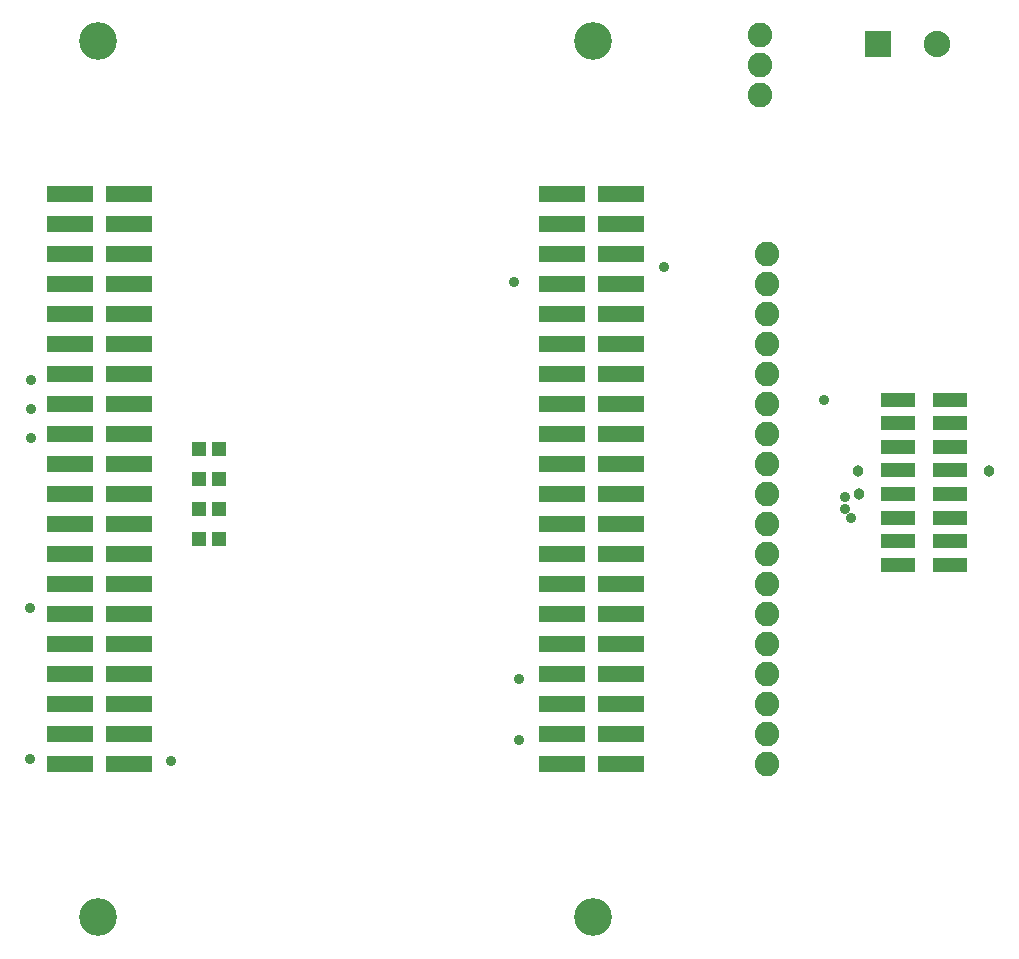
<source format=gts>
G75*
%MOIN*%
%OFA0B0*%
%FSLAX25Y25*%
%IPPOS*%
%LPD*%
%AMOC8*
5,1,8,0,0,1.08239X$1,22.5*
%
%ADD10C,0.12600*%
%ADD11R,0.15300X0.05800*%
%ADD12R,0.11233X0.04737*%
%ADD13C,0.08200*%
%ADD14R,0.08800X0.08800*%
%ADD15C,0.08800*%
%ADD16R,0.04737X0.05131*%
%ADD17C,0.03800*%
%ADD18C,0.03578*%
D10*
X0076595Y0063933D03*
X0241595Y0063933D03*
X0241595Y0355933D03*
X0076595Y0355933D03*
D11*
X0067345Y0304933D03*
X0086845Y0304933D03*
X0086845Y0294933D03*
X0086845Y0284933D03*
X0067345Y0284933D03*
X0067345Y0294933D03*
X0067345Y0274933D03*
X0067345Y0264933D03*
X0086845Y0264933D03*
X0086845Y0274933D03*
X0086845Y0254933D03*
X0067345Y0254933D03*
X0067345Y0244933D03*
X0067345Y0234933D03*
X0086845Y0234933D03*
X0086845Y0244933D03*
X0086845Y0224933D03*
X0086845Y0214933D03*
X0067345Y0214933D03*
X0067345Y0224933D03*
X0067345Y0204933D03*
X0067345Y0194933D03*
X0086845Y0194933D03*
X0086845Y0204933D03*
X0086845Y0184933D03*
X0086845Y0174933D03*
X0067345Y0174933D03*
X0067345Y0184933D03*
X0067345Y0164933D03*
X0067345Y0154933D03*
X0086845Y0154933D03*
X0086845Y0164933D03*
X0086845Y0144933D03*
X0086845Y0134933D03*
X0067345Y0134933D03*
X0067345Y0144933D03*
X0067345Y0124933D03*
X0067345Y0114933D03*
X0086845Y0114933D03*
X0086845Y0124933D03*
X0231345Y0124933D03*
X0231345Y0114933D03*
X0250845Y0114933D03*
X0250845Y0124933D03*
X0250845Y0134933D03*
X0250845Y0144933D03*
X0231345Y0144933D03*
X0231345Y0134933D03*
X0231345Y0154933D03*
X0231345Y0164933D03*
X0250845Y0164933D03*
X0250845Y0154933D03*
X0250845Y0174933D03*
X0250845Y0184933D03*
X0231345Y0184933D03*
X0231345Y0174933D03*
X0231345Y0194933D03*
X0231345Y0204933D03*
X0250845Y0204933D03*
X0250845Y0194933D03*
X0250845Y0214933D03*
X0250845Y0224933D03*
X0231345Y0224933D03*
X0231345Y0214933D03*
X0231345Y0234933D03*
X0231345Y0244933D03*
X0250845Y0244933D03*
X0250845Y0234933D03*
X0250845Y0254933D03*
X0231345Y0254933D03*
X0231345Y0264933D03*
X0231345Y0274933D03*
X0250845Y0274933D03*
X0250845Y0264933D03*
X0250845Y0284933D03*
X0250845Y0294933D03*
X0231345Y0294933D03*
X0231345Y0284933D03*
X0231345Y0304933D03*
X0250845Y0304933D03*
D12*
X0343335Y0236492D03*
X0343335Y0228618D03*
X0343335Y0220744D03*
X0343335Y0212870D03*
X0343335Y0204996D03*
X0343335Y0197122D03*
X0343335Y0189248D03*
X0343335Y0181374D03*
X0360461Y0181374D03*
X0360461Y0189248D03*
X0360461Y0197122D03*
X0360461Y0204996D03*
X0360461Y0212870D03*
X0360461Y0220744D03*
X0360461Y0228618D03*
X0360461Y0236492D03*
D13*
X0299595Y0234933D03*
X0299595Y0244933D03*
X0299595Y0254933D03*
X0299595Y0264933D03*
X0299595Y0274933D03*
X0299595Y0284933D03*
X0297095Y0337933D03*
X0297095Y0347933D03*
X0297095Y0357933D03*
X0299595Y0224933D03*
X0299595Y0214933D03*
X0299595Y0204933D03*
X0299595Y0194933D03*
X0299595Y0184933D03*
X0299595Y0174933D03*
X0299595Y0164933D03*
X0299595Y0154933D03*
X0299595Y0144933D03*
X0299595Y0134933D03*
X0299595Y0124933D03*
X0299595Y0114933D03*
D14*
X0336595Y0354933D03*
D15*
X0356280Y0354933D03*
D16*
X0116942Y0219933D03*
X0110249Y0219933D03*
X0110249Y0209933D03*
X0116942Y0209933D03*
X0116942Y0199933D03*
X0110249Y0199933D03*
X0110249Y0189933D03*
X0116942Y0189933D03*
D17*
X0330195Y0205033D03*
X0329995Y0212833D03*
X0373695Y0212833D03*
D18*
X0327595Y0196933D03*
X0325595Y0200147D03*
X0325595Y0203933D03*
X0318595Y0236433D03*
X0215395Y0275533D03*
X0265395Y0280733D03*
X0054195Y0243133D03*
X0054195Y0233333D03*
X0054195Y0223533D03*
X0053795Y0167133D03*
X0053795Y0116733D03*
X0100795Y0116133D03*
X0216795Y0122933D03*
X0216795Y0143333D03*
M02*

</source>
